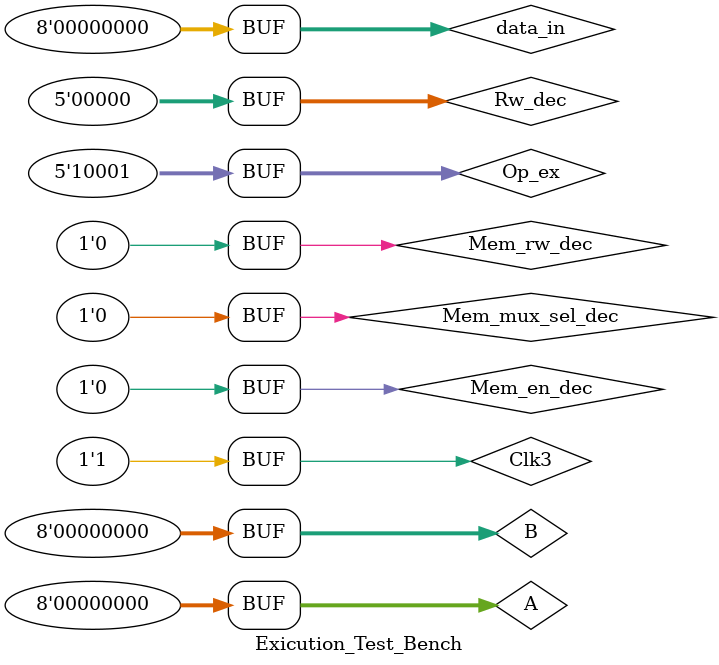
<source format=v>
`timescale 1ns / 1ps


module Exicution_Test_Bench;

	// Inputs
	reg [7:0] A;
	reg [7:0] B;
	reg [7:0] data_in;
	reg Clk3;
	reg [4:0] Op_ex;
	reg Mem_en_dec;
	reg Mem_rw_dec;
	reg Mem_mux_sel_dec;
	reg [4:0] Rw_dec;

	// Outputs
	wire [7:0] ans_ex;
	wire [3:0] Flag;
	wire [7:0] Data_out;
	wire [7:0] B_bypass;
	wire Mem_en_ex;
	wire Mem_rw_ex;
	wire Mem_mux_sel_ex;
	wire [4:0] Rw_ex;


	parameter PERIOD = 1000;

   always begin
      Clk3 = 1'b0;
      #(PERIOD/2) Clk3 = 1'b1;
      #(PERIOD/2);
   end  
	

	// Instantiate the Unit Under Test (UUT)
	Exicution_Block uut (
		.A(A), 
		.B(B), 
		.data_in(data_in), 
		.Clk3(Clk3), 
		.Op_ex(Op_ex), 
		.Mem_en_dec(Mem_en_dec), 
		.Mem_rw_dec(Mem_rw_dec), 
		.Mem_mux_sel_dec(Mem_mux_sel_dec), 
		.Rw_dec(Rw_dec), 
		.ans_ex(ans_ex), 
		.Flag(Flag), 
		.Data_out(Data_out), 
		.B_bypass(B_bypass), 
		.Mem_en_ex(Mem_en_ex), 
		.Mem_rw_ex(Mem_rw_ex), 
		.Mem_mux_sel_ex(Mem_mux_sel_ex), 
		.Rw_ex(Rw_ex)
	);

	initial begin
		// Initialize Inputs
		A = 0;
		B = 0;
		data_in = 0;
		Clk3 = 0;
		Op_ex = 0;
		Mem_en_dec = 0;
		Mem_rw_dec = 0;
		Mem_mux_sel_dec = 0;
		Rw_dec = 0;
		
		Op_ex=5'b00000 ; A=5'b00000 ; B=5'b00000 ; Rw_dec=5'b00000 ; 
		#1000 Op_ex=5'b01010 ; A=5'b00001 ; B=5'b00000 ; Rw_dec=5'b01000 ; 
		#1000 Op_ex=5'b01010 ; A=5'b00010 ; B=5'b00000 ; Rw_dec=5'b00110 ; 
		#1000 Op_ex=5'b01010 ; A=5'b00011 ; B=5'b00000 ; Rw_dec=5'b00000 ; 
		#1000 Op_ex=5'b01010 ; A=5'b00100 ; B=5'b00000 ; Rw_dec=5'b00100 ; 
		#1000 Op_ex=5'b00000 ; A=5'b00011 ; B=5'b00011 ; Rw_dec=5'b00001 ; 
		#1000 Op_ex=5'b01001 ; A=5'b00010 ; B=5'b00010 ; Rw_dec=5'b00001 ; 
		#1000 Op_ex=5'b11111 ; A=5'b00000 ; B=5'b00000 ; Rw_dec=5'b00101 ; 
		#1000 Op_ex=5'b10101 ; A=5'b00000 ; B=5'b00100 ; Rw_dec=5'b00011 ; 
		#1000 Op_ex=5'b10001 ; A=5'b00000 ; B=5'b00000 ; Rw_dec=5'b00000 ; 
/*
		// Wait 100 ns for global reset to finish
		#1000 Op_ex=5'b01010 ; A=8'h40 ; B=8'hC0 ; data_in=8'h08 ; Mem_en_dec=1'b0 ; Mem_rw_dec=1'b0 ; Mem_mux_sel_dec=1'b0 ; Rw_dec=5'b00101;

		#1000 Op_ex=5'b00000;  A=8'h40 ; B=8'hC0 ; data_in=8'h08 ; Mem_en_dec=1'b0 ; Mem_rw_dec=1'b0 ; Mem_mux_sel_dec=1'b0 ; Rw_dec=5'b00101;

		#1000 Op_ex=5'b00001;  A=8'h40 ; B=8'hC0 ; data_in=8'h08 ; Mem_en_dec=1'b0 ; Mem_rw_dec=1'b0 ; Mem_mux_sel_dec=1'b0 ; Rw_dec=5'b00101;		
		
		#1000 Op_ex=5'b00010 ; A=8'h40 ; B=8'hC0 ; data_in=8'h08 ; Mem_en_dec=1'b0 ; Mem_rw_dec=1'b0 ; Mem_mux_sel_dec=1'b0 ; Rw_dec=5'b00101;
		
		#1000 Op_ex=5'b00100 ; A=8'h40 ; B=8'hC0 ; data_in=8'h08 ; Mem_en_dec=1'b0 ; Mem_rw_dec=1'b0 ; Mem_mux_sel_dec=1'b0 ; Rw_dec=5'b00101; 
		
		#1000 Op_ex=5'b00101 ; A=8'h40 ; B=8'hC0 ; data_in=8'h08 ; Mem_en_dec=1'b0 ; Mem_rw_dec=1'b0 ; Mem_mux_sel_dec=1'b0 ; Rw_dec=5'b00101; 
		
		#1000 Op_ex=5'b00110 ; A=8'h40 ; B=8'hC0 ; data_in=8'h08 ; Mem_en_dec=1'b0 ; Mem_rw_dec=1'b0 ; Mem_mux_sel_dec=1'b0 ; Rw_dec=5'b00101;
		
		#1000 Op_ex=5'b00111 ; A=8'h40 ; B=8'hC0 ; data_in=8'h08 ; Mem_en_dec=1'b0 ; Mem_rw_dec=1'b0 ; Mem_mux_sel_dec=1'b0 ; Rw_dec=5'b00101;
	
		#1000 Op_ex=5'b01000 ; A=8'h40 ; B=8'hC0 ; data_in=8'h08 ; Mem_en_dec=1'b0 ; Mem_rw_dec=1'b0 ; Mem_mux_sel_dec=1'b0 ; Rw_dec=5'b00101;
		
		#1000 Op_ex=5'b01001 ; A=8'h40 ; B=8'hC0 ; data_in=8'h08 ; Mem_en_dec=1'b0 ; Mem_rw_dec=1'b0 ; Mem_mux_sel_dec=1'b0 ; Rw_dec=5'b00101;
		
//		#1000 Op_ex=5'b01010 ; A=8'h40 ; B=8'hC0 ; data_in=8'h08 ; Mem_en_dec=1'b0 ; Mem_rw_dec=1'b0 ; Mem_mux_sel_dec=1'b0 ; Rw_dec=5'b00101;
		
		#1000 Op_ex=5'b01100 ; A=8'h40 ; B=8'hC0 ; data_in=8'h08 ; Mem_en_dec=1'b0 ; Mem_rw_dec=1'b0 ; Mem_mux_sel_dec=1'b0 ; Rw_dec=5'b00101;
		
		#1000 Op_ex=5'b01101 ; A=8'h40 ; B=8'hC0 ; data_in=8'h08 ; Mem_en_dec=1'b0 ; Mem_rw_dec=1'b0 ; Mem_mux_sel_dec=1'b0 ; Rw_dec=5'b00101;
		
		#1000 Op_ex=5'b01110 ; A=8'h40 ; B=8'hC0 ; data_in=8'h08 ; Mem_en_dec=1'b0 ; Mem_rw_dec=1'b0 ; Mem_mux_sel_dec=1'b0 ; Rw_dec=5'b00101;
		
		#1000 Op_ex=5'b01111 ; A=8'h40 ; B=8'hC0 ; data_in=8'h08 ; Mem_en_dec=1'b0 ; Mem_rw_dec=1'b0 ; Mem_mux_sel_dec=1'b0 ; Rw_dec=5'b00101;
		
		#1000 Op_ex=5'b10100; A = 8'h40; B=8'hC0; data_in  = 8'h08; Mem_en_dec = 1'b0; Mem_rw_dec=1'b0; Mem_mux_sel_dec=1'b0; Rw_dec=5'b00101;   
      
		#1000 Op_ex=5'b10101; A = 8'h40; B=8'hC0; data_in  = 8'h08; Mem_en_dec = 1'b0; Mem_rw_dec=1'b0; Mem_mux_sel_dec=1'b0; Rw_dec=5'b00101;
	
		#1000 Op_ex=5'b10000; A = 8'h40; B=8'hC0; data_in  = 8'h08; Mem_en_dec = 1'b0; Mem_rw_dec=1'b0; Mem_mux_sel_dec=1'b0; Rw_dec=5'b00101;
		
		#1000 Op_ex=5'b10001; A = 8'h40; B=8'hC0; data_in  = 8'h08; Mem_en_dec = 1'b0; Mem_rw_dec=1'b0; Mem_mux_sel_dec=1'b0; Rw_dec=5'b00101;
		
		#1000 Op_ex=5'b10110; A = 8'h40; B=8'hC0; data_in  = 8'h08; Mem_en_dec = 1'b0; Mem_rw_dec=1'b0; Mem_mux_sel_dec=1'b0; Rw_dec=5'b00101;
		
		#1000 Op_ex=5'b10111; A = 8'h40; B=8'hC0; data_in  = 8'h08; Mem_en_dec = 1'b0; Mem_rw_dec=1'b0; Mem_mux_sel_dec=1'b0; Rw_dec=5'b00101;
		
		#1000 Op_ex=5'b11000; A = 8'h40; B=8'hC0; data_in  = 8'h08; Mem_en_dec = 1'b0; Mem_rw_dec=1'b0; Mem_mux_sel_dec=1'b0; Rw_dec=5'b00101;
		
		#1000 Op_ex=5'b11001; A = 8'hC0; B=8'h01; data_in  = 8'h08; Mem_en_dec = 1'b1; Mem_rw_dec=1'b1; Mem_mux_sel_dec=1'b1; Rw_dec=5'b01010;		
		
		#1000 Op_ex=5'b11010; A = 8'hC0; B=8'h01; data_in  = 8'h08; Mem_en_dec = 1'b1; Mem_rw_dec=1'b1; Mem_mux_sel_dec=1'b1; Rw_dec=5'b01010;	
		
		#1000 Op_ex=5'b11011; A = 8'hC0; B=8'h04; data_in  = 8'h08; Mem_en_dec = 1'b1; Mem_rw_dec=1'b1; Mem_mux_sel_dec=1'b1; Rw_dec=5'b01010;
		
		#1000 Op_ex=5'b11100; A = 8'hC0; B=8'h01; data_in  = 8'h08; Mem_en_dec = 1'b1; Mem_rw_dec=1'b1; Mem_mux_sel_dec=1'b1; Rw_dec=5'b01010;
		
		#1000 Op_ex=5'b11101; A = 8'hC0; B=8'h01; data_in  = 8'h08; Mem_en_dec = 1'b1; Mem_rw_dec=1'b1; Mem_mux_sel_dec=1'b1; Rw_dec=5'b01010;  
		
		#1000 Op_ex=5'b11110; A = 8'hC0; B=8'h01; data_in  = 8'h08; Mem_en_dec = 1'b1; Mem_rw_dec=1'b1; Mem_mux_sel_dec=1'b1; Rw_dec=5'b01010;
		
		#1000 Op_ex=5'b11111; A = 8'hC0; B=8'h01; data_in  = 8'h08; Mem_en_dec = 1'b1; Mem_rw_dec=1'b1; Mem_mux_sel_dec=1'b1; Rw_dec=5'b01010; 
*/
	end
      
endmodule


</source>
